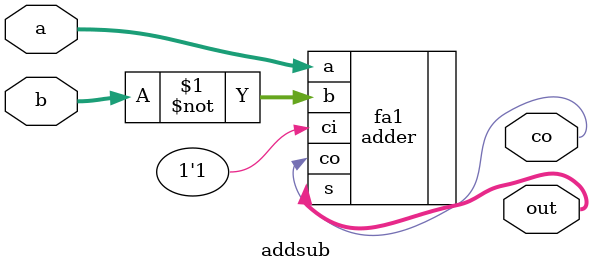
<source format=v>
module addsub (
    input                   [ 3 : 0]        a, b,
    output                  [ 3 : 0]        out,
    output                  [ 0 : 0]        co
);

adder #(4) fa1(
    .a(a),
    .b(~b),
    .ci(1'B1),
    .s(out),
    .co(co)
);
endmodule

</source>
